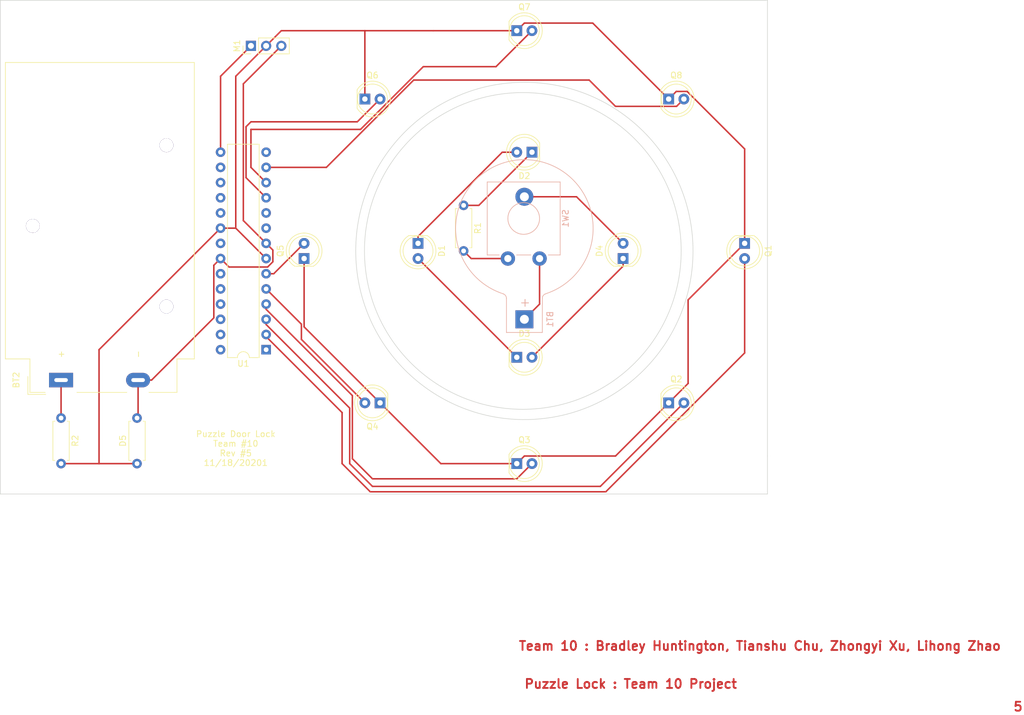
<source format=kicad_pcb>
(kicad_pcb (version 20171130) (host pcbnew "(5.1.10)-1")

  (general
    (thickness 1.6)
    (drawings 11)
    (tracks 106)
    (zones 0)
    (modules 20)
    (nets 35)
  )

  (page A4)
  (layers
    (0 F.Cu signal)
    (31 B.Cu signal)
    (32 B.Adhes user)
    (33 F.Adhes user)
    (34 B.Paste user)
    (35 F.Paste user)
    (36 B.SilkS user)
    (37 F.SilkS user)
    (38 B.Mask user)
    (39 F.Mask user)
    (40 Dwgs.User user)
    (41 Cmts.User user)
    (42 Eco1.User user)
    (43 Eco2.User user)
    (44 Edge.Cuts user)
    (45 Margin user)
    (46 B.CrtYd user)
    (47 F.CrtYd user)
    (48 B.Fab user)
    (49 F.Fab user)
  )

  (setup
    (last_trace_width 0.25)
    (trace_clearance 0.2)
    (zone_clearance 0.508)
    (zone_45_only no)
    (trace_min 0.2)
    (via_size 0.8)
    (via_drill 0.4)
    (via_min_size 0.4)
    (via_min_drill 0.3)
    (uvia_size 0.3)
    (uvia_drill 0.1)
    (uvias_allowed no)
    (uvia_min_size 0.2)
    (uvia_min_drill 0.1)
    (edge_width 0.1)
    (segment_width 0.2)
    (pcb_text_width 0.3)
    (pcb_text_size 1.5 1.5)
    (mod_edge_width 0.15)
    (mod_text_size 1 1)
    (mod_text_width 0.15)
    (pad_size 1.524 1.524)
    (pad_drill 0.762)
    (pad_to_mask_clearance 0)
    (aux_axis_origin 0 0)
    (visible_elements 7FFFFFFF)
    (pcbplotparams
      (layerselection 0x010fc_ffffffff)
      (usegerberextensions false)
      (usegerberattributes true)
      (usegerberadvancedattributes true)
      (creategerberjobfile true)
      (excludeedgelayer true)
      (linewidth 0.100000)
      (plotframeref false)
      (viasonmask false)
      (mode 1)
      (useauxorigin false)
      (hpglpennumber 1)
      (hpglpenspeed 20)
      (hpglpendiameter 15.000000)
      (psnegative false)
      (psa4output false)
      (plotreference true)
      (plotvalue true)
      (plotinvisibletext false)
      (padsonsilk false)
      (subtractmaskfromsilk false)
      (outputformat 1)
      (mirror false)
      (drillshape 1)
      (scaleselection 1)
      (outputdirectory ""))
  )

  (net 0 "")
  (net 1 "Net-(BT1-Pad1)")
  (net 2 "Net-(BT1-Pad2)")
  (net 3 "Net-(BT2-Pad2)")
  (net 4 "Net-(BT2-Pad1)")
  (net 5 "Net-(D1-Pad2)")
  (net 6 "Net-(D1-Pad1)")
  (net 7 "Net-(D2-Pad1)")
  (net 8 "Net-(D3-Pad2)")
  (net 9 "Net-(M1-Pad1)")
  (net 10 "Net-(Q1-Pad2)")
  (net 11 "Net-(Q2-Pad2)")
  (net 12 "Net-(Q3-Pad2)")
  (net 13 "Net-(Q4-Pad2)")
  (net 14 "Net-(Q5-Pad2)")
  (net 15 "Net-(Q6-Pad2)")
  (net 16 "Net-(Q7-Pad2)")
  (net 17 "Net-(Q8-Pad2)")
  (net 18 "Net-(U1-Pad28)")
  (net 19 "Net-(U1-Pad14)")
  (net 20 "Net-(U1-Pad27)")
  (net 21 "Net-(U1-Pad26)")
  (net 22 "Net-(U1-Pad25)")
  (net 23 "Net-(U1-Pad24)")
  (net 24 "Net-(U1-Pad10)")
  (net 25 "Net-(U1-Pad23)")
  (net 26 "Net-(U1-Pad9)")
  (net 27 "Net-(U1-Pad21)")
  (net 28 "Net-(U1-Pad19)")
  (net 29 "Net-(U1-Pad18)")
  (net 30 "Net-(U1-Pad17)")
  (net 31 "Net-(U1-Pad16)")
  (net 32 "Net-(U1-Pad1)")
  (net 33 "Net-(D5-Pad1)")
  (net 34 "Net-(R1-Pad2)")

  (net_class Default "This is the default net class."
    (clearance 0.2)
    (trace_width 0.25)
    (via_dia 0.8)
    (via_drill 0.4)
    (uvia_dia 0.3)
    (uvia_drill 0.1)
    (add_net "Net-(BT1-Pad1)")
    (add_net "Net-(BT1-Pad2)")
    (add_net "Net-(BT2-Pad1)")
    (add_net "Net-(BT2-Pad2)")
    (add_net "Net-(D1-Pad1)")
    (add_net "Net-(D1-Pad2)")
    (add_net "Net-(D2-Pad1)")
    (add_net "Net-(D3-Pad2)")
    (add_net "Net-(D5-Pad1)")
    (add_net "Net-(M1-Pad1)")
    (add_net "Net-(Q1-Pad2)")
    (add_net "Net-(Q2-Pad2)")
    (add_net "Net-(Q3-Pad2)")
    (add_net "Net-(Q4-Pad2)")
    (add_net "Net-(Q5-Pad2)")
    (add_net "Net-(Q6-Pad2)")
    (add_net "Net-(Q7-Pad2)")
    (add_net "Net-(Q8-Pad2)")
    (add_net "Net-(R1-Pad2)")
    (add_net "Net-(U1-Pad1)")
    (add_net "Net-(U1-Pad10)")
    (add_net "Net-(U1-Pad14)")
    (add_net "Net-(U1-Pad16)")
    (add_net "Net-(U1-Pad17)")
    (add_net "Net-(U1-Pad18)")
    (add_net "Net-(U1-Pad19)")
    (add_net "Net-(U1-Pad21)")
    (add_net "Net-(U1-Pad23)")
    (add_net "Net-(U1-Pad24)")
    (add_net "Net-(U1-Pad25)")
    (add_net "Net-(U1-Pad26)")
    (add_net "Net-(U1-Pad27)")
    (add_net "Net-(U1-Pad28)")
    (add_net "Net-(U1-Pad9)")
  )

  (module LED_THT:LED_D5.0mm (layer F.Cu) (tedit 5995936A) (tstamp 6188E95A)
    (at 162.56 142.24 180)
    (descr "LED, diameter 5.0mm, 2 pins, http://cdn-reichelt.de/documents/datenblatt/A500/LL-504BC2E-009.pdf")
    (tags "LED diameter 5.0mm 2 pins")
    (path /618CFEC6)
    (fp_text reference Q4 (at 1.27 -3.96) (layer F.SilkS)
      (effects (font (size 1 1) (thickness 0.15)))
    )
    (fp_text value Q_Photo_NPN (at 1.27 3.96) (layer F.Fab)
      (effects (font (size 1 1) (thickness 0.15)))
    )
    (fp_circle (center 1.27 0) (end 3.77 0) (layer F.Fab) (width 0.1))
    (fp_circle (center 1.27 0) (end 3.77 0) (layer F.SilkS) (width 0.12))
    (fp_line (start -1.23 -1.469694) (end -1.23 1.469694) (layer F.Fab) (width 0.1))
    (fp_line (start -1.29 -1.545) (end -1.29 1.545) (layer F.SilkS) (width 0.12))
    (fp_line (start -1.95 -3.25) (end -1.95 3.25) (layer F.CrtYd) (width 0.05))
    (fp_line (start -1.95 3.25) (end 4.5 3.25) (layer F.CrtYd) (width 0.05))
    (fp_line (start 4.5 3.25) (end 4.5 -3.25) (layer F.CrtYd) (width 0.05))
    (fp_line (start 4.5 -3.25) (end -1.95 -3.25) (layer F.CrtYd) (width 0.05))
    (fp_text user %R (at 1.25 0) (layer F.Fab)
      (effects (font (size 0.8 0.8) (thickness 0.2)))
    )
    (fp_arc (start 1.27 0) (end -1.29 1.54483) (angle -148.9) (layer F.SilkS) (width 0.12))
    (fp_arc (start 1.27 0) (end -1.29 -1.54483) (angle 148.9) (layer F.SilkS) (width 0.12))
    (fp_arc (start 1.27 0) (end -1.23 -1.469694) (angle 299.1) (layer F.Fab) (width 0.1))
    (pad 2 thru_hole circle (at 2.54 0 180) (size 1.8 1.8) (drill 0.9) (layers *.Cu *.Mask)
      (net 13 "Net-(Q4-Pad2)"))
    (pad 1 thru_hole rect (at 0 0 180) (size 1.8 1.8) (drill 0.9) (layers *.Cu *.Mask)
      (net 33 "Net-(D5-Pad1)"))
    (model ${KISYS3DMOD}/LED_THT.3dshapes/LED_D5.0mm.wrl
      (at (xyz 0 0 0))
      (scale (xyz 1 1 1))
      (rotate (xyz 0 0 0))
    )
  )

  (module Button_Switch_THT:SW_CW_GPTS203211B (layer B.Cu) (tedit 5AC7C0C9) (tstamp 618AFE9F)
    (at 189.23 118.11 90)
    (descr "SPST Off-On Pushbutton, 1A, 30V, CW Industries P/N GPTS203211B, http://switches-connectors-custom.cwind.com/Asset/GPTS203211BR2.pdf")
    (tags "SPST button switch Off-On")
    (path /617A53FB)
    (fp_text reference SW1 (at 6.7 4.35 90) (layer B.SilkS)
      (effects (font (size 1 1) (thickness 0.15)) (justify mirror))
    )
    (fp_text value _ (at 6.7 -9.65 90) (layer B.Fab)
      (effects (font (size 1 1) (thickness 0.15)) (justify mirror))
    )
    (fp_circle (center 6.7 -2.65) (end 9.35 -2.65) (layer B.SilkS) (width 0.12))
    (fp_line (start 0.7 3.35) (end 0.7 -8.65) (layer B.Fab) (width 0.1))
    (fp_line (start 0.7 -8.65) (end 12.7 -8.65) (layer B.Fab) (width 0.1))
    (fp_line (start 12.7 -8.65) (end 12.7 3.35) (layer B.Fab) (width 0.1))
    (fp_line (start 12.7 3.35) (end 0.7 3.35) (layer B.Fab) (width 0.1))
    (fp_line (start 0.6 1.46) (end 0.6 3.45) (layer B.SilkS) (width 0.12))
    (fp_line (start 0.6 3.45) (end 12.8 3.45) (layer B.SilkS) (width 0.12))
    (fp_line (start 12.8 3.45) (end 12.8 -8.75) (layer B.SilkS) (width 0.12))
    (fp_line (start 12.8 -8.75) (end 0.6 -8.75) (layer B.SilkS) (width 0.12))
    (fp_line (start 0.6 -8.75) (end 0.6 -6.76) (layer B.SilkS) (width 0.12))
    (fp_line (start 0.6 -1.46) (end 0.6 -3.84) (layer B.SilkS) (width 0.12))
    (fp_line (start -1.45 3.6) (end -1.45 -8.9) (layer B.CrtYd) (width 0.05))
    (fp_line (start -1.45 -8.9) (end 12.95 -8.9) (layer B.CrtYd) (width 0.05))
    (fp_line (start 12.95 -8.9) (end 12.95 3.6) (layer B.CrtYd) (width 0.05))
    (fp_line (start 12.95 3.6) (end -1.45 3.6) (layer B.CrtYd) (width 0.05))
    (fp_text user %R (at 6.7 -2.65 90) (layer B.Fab)
      (effects (font (size 1 1) (thickness 0.15)) (justify mirror))
    )
    (pad 2 thru_hole circle (at 0 -5.3 90) (size 2.4 2.4) (drill 1.2) (layers *.Cu *.Mask)
      (net 34 "Net-(R1-Pad2)"))
    (pad 1 thru_hole circle (at 0 0 90) (size 2.4 2.4) (drill 1.2) (layers *.Cu *.Mask)
      (net 1 "Net-(BT1-Pad1)"))
    (model ${KISYS3DMOD}/Button_Switch_THT.3dshapes/SW_CW_GPTS203211B.wrl
      (at (xyz 0 0 0))
      (scale (xyz 1 1 1))
      (rotate (xyz 0 0 0))
    )
  )

  (module LED_THT:LED_D5.0mm (layer F.Cu) (tedit 5995936A) (tstamp 6188E8E9)
    (at 185.42 134.62)
    (descr "LED, diameter 5.0mm, 2 pins, http://cdn-reichelt.de/documents/datenblatt/A500/LL-504BC2E-009.pdf")
    (tags "LED diameter 5.0mm 2 pins")
    (path /61854C9E)
    (fp_text reference D3 (at 1.27 -3.96) (layer F.SilkS)
      (effects (font (size 1 1) (thickness 0.15)))
    )
    (fp_text value LED (at 1.27 3.96) (layer F.Fab)
      (effects (font (size 1 1) (thickness 0.15)))
    )
    (fp_circle (center 1.27 0) (end 3.77 0) (layer F.Fab) (width 0.1))
    (fp_circle (center 1.27 0) (end 3.77 0) (layer F.SilkS) (width 0.12))
    (fp_line (start -1.23 -1.469694) (end -1.23 1.469694) (layer F.Fab) (width 0.1))
    (fp_line (start -1.29 -1.545) (end -1.29 1.545) (layer F.SilkS) (width 0.12))
    (fp_line (start -1.95 -3.25) (end -1.95 3.25) (layer F.CrtYd) (width 0.05))
    (fp_line (start -1.95 3.25) (end 4.5 3.25) (layer F.CrtYd) (width 0.05))
    (fp_line (start 4.5 3.25) (end 4.5 -3.25) (layer F.CrtYd) (width 0.05))
    (fp_line (start 4.5 -3.25) (end -1.95 -3.25) (layer F.CrtYd) (width 0.05))
    (fp_text user %R (at 1.25 0) (layer F.Fab)
      (effects (font (size 0.8 0.8) (thickness 0.2)))
    )
    (fp_arc (start 1.27 0) (end -1.29 1.54483) (angle -148.9) (layer F.SilkS) (width 0.12))
    (fp_arc (start 1.27 0) (end -1.29 -1.54483) (angle 148.9) (layer F.SilkS) (width 0.12))
    (fp_arc (start 1.27 0) (end -1.23 -1.469694) (angle 299.1) (layer F.Fab) (width 0.1))
    (pad 2 thru_hole circle (at 2.54 0) (size 1.8 1.8) (drill 0.9) (layers *.Cu *.Mask)
      (net 8 "Net-(D3-Pad2)"))
    (pad 1 thru_hole rect (at 0 0) (size 1.8 1.8) (drill 0.9) (layers *.Cu *.Mask)
      (net 5 "Net-(D1-Pad2)"))
    (model ${KISYS3DMOD}/LED_THT.3dshapes/LED_D5.0mm.wrl
      (at (xyz 0 0 0))
      (scale (xyz 1 1 1))
      (rotate (xyz 0 0 0))
    )
  )

  (module Package_DIP:DIP-28_W7.62mm (layer F.Cu) (tedit 5A02E8C5) (tstamp 6188EA81)
    (at 143.51 133.35 180)
    (descr "28-lead though-hole mounted DIP package, row spacing 7.62 mm (300 mils)")
    (tags "THT DIP DIL PDIP 2.54mm 7.62mm 300mil")
    (path /617B7E10)
    (fp_text reference U1 (at 3.81 -2.33) (layer F.SilkS)
      (effects (font (size 1 1) (thickness 0.15)))
    )
    (fp_text value ATmega8L-8PU (at 3.81 35.35) (layer F.Fab)
      (effects (font (size 1 1) (thickness 0.15)))
    )
    (fp_line (start 1.635 -1.27) (end 6.985 -1.27) (layer F.Fab) (width 0.1))
    (fp_line (start 6.985 -1.27) (end 6.985 34.29) (layer F.Fab) (width 0.1))
    (fp_line (start 6.985 34.29) (end 0.635 34.29) (layer F.Fab) (width 0.1))
    (fp_line (start 0.635 34.29) (end 0.635 -0.27) (layer F.Fab) (width 0.1))
    (fp_line (start 0.635 -0.27) (end 1.635 -1.27) (layer F.Fab) (width 0.1))
    (fp_line (start 2.81 -1.33) (end 1.16 -1.33) (layer F.SilkS) (width 0.12))
    (fp_line (start 1.16 -1.33) (end 1.16 34.35) (layer F.SilkS) (width 0.12))
    (fp_line (start 1.16 34.35) (end 6.46 34.35) (layer F.SilkS) (width 0.12))
    (fp_line (start 6.46 34.35) (end 6.46 -1.33) (layer F.SilkS) (width 0.12))
    (fp_line (start 6.46 -1.33) (end 4.81 -1.33) (layer F.SilkS) (width 0.12))
    (fp_line (start -1.1 -1.55) (end -1.1 34.55) (layer F.CrtYd) (width 0.05))
    (fp_line (start -1.1 34.55) (end 8.7 34.55) (layer F.CrtYd) (width 0.05))
    (fp_line (start 8.7 34.55) (end 8.7 -1.55) (layer F.CrtYd) (width 0.05))
    (fp_line (start 8.7 -1.55) (end -1.1 -1.55) (layer F.CrtYd) (width 0.05))
    (fp_text user %R (at 3.81 16.51) (layer F.Fab)
      (effects (font (size 1 1) (thickness 0.15)))
    )
    (fp_arc (start 3.81 -1.33) (end 2.81 -1.33) (angle -180) (layer F.SilkS) (width 0.12))
    (pad 28 thru_hole oval (at 7.62 0 180) (size 1.6 1.6) (drill 0.8) (layers *.Cu *.Mask)
      (net 18 "Net-(U1-Pad28)"))
    (pad 14 thru_hole oval (at 0 33.02 180) (size 1.6 1.6) (drill 0.8) (layers *.Cu *.Mask)
      (net 19 "Net-(U1-Pad14)"))
    (pad 27 thru_hole oval (at 7.62 2.54 180) (size 1.6 1.6) (drill 0.8) (layers *.Cu *.Mask)
      (net 20 "Net-(U1-Pad27)"))
    (pad 13 thru_hole oval (at 0 30.48 180) (size 1.6 1.6) (drill 0.8) (layers *.Cu *.Mask)
      (net 17 "Net-(Q8-Pad2)"))
    (pad 26 thru_hole oval (at 7.62 5.08 180) (size 1.6 1.6) (drill 0.8) (layers *.Cu *.Mask)
      (net 21 "Net-(U1-Pad26)"))
    (pad 12 thru_hole oval (at 0 27.94 180) (size 1.6 1.6) (drill 0.8) (layers *.Cu *.Mask)
      (net 16 "Net-(Q7-Pad2)"))
    (pad 25 thru_hole oval (at 7.62 7.62 180) (size 1.6 1.6) (drill 0.8) (layers *.Cu *.Mask)
      (net 22 "Net-(U1-Pad25)"))
    (pad 11 thru_hole oval (at 0 25.4 180) (size 1.6 1.6) (drill 0.8) (layers *.Cu *.Mask)
      (net 15 "Net-(Q6-Pad2)"))
    (pad 24 thru_hole oval (at 7.62 10.16 180) (size 1.6 1.6) (drill 0.8) (layers *.Cu *.Mask)
      (net 23 "Net-(U1-Pad24)"))
    (pad 10 thru_hole oval (at 0 22.86 180) (size 1.6 1.6) (drill 0.8) (layers *.Cu *.Mask)
      (net 24 "Net-(U1-Pad10)"))
    (pad 23 thru_hole oval (at 7.62 12.7 180) (size 1.6 1.6) (drill 0.8) (layers *.Cu *.Mask)
      (net 25 "Net-(U1-Pad23)"))
    (pad 9 thru_hole oval (at 0 20.32 180) (size 1.6 1.6) (drill 0.8) (layers *.Cu *.Mask)
      (net 26 "Net-(U1-Pad9)"))
    (pad 22 thru_hole oval (at 7.62 15.24 180) (size 1.6 1.6) (drill 0.8) (layers *.Cu *.Mask)
      (net 3 "Net-(BT2-Pad2)"))
    (pad 8 thru_hole oval (at 0 17.78 180) (size 1.6 1.6) (drill 0.8) (layers *.Cu *.Mask)
      (net 3 "Net-(BT2-Pad2)"))
    (pad 21 thru_hole oval (at 7.62 17.78 180) (size 1.6 1.6) (drill 0.8) (layers *.Cu *.Mask)
      (net 27 "Net-(U1-Pad21)"))
    (pad 7 thru_hole oval (at 0 15.24 180) (size 1.6 1.6) (drill 0.8) (layers *.Cu *.Mask)
      (net 33 "Net-(D5-Pad1)"))
    (pad 20 thru_hole oval (at 7.62 20.32 180) (size 1.6 1.6) (drill 0.8) (layers *.Cu *.Mask)
      (net 33 "Net-(D5-Pad1)"))
    (pad 6 thru_hole oval (at 0 12.7 180) (size 1.6 1.6) (drill 0.8) (layers *.Cu *.Mask)
      (net 14 "Net-(Q5-Pad2)"))
    (pad 19 thru_hole oval (at 7.62 22.86 180) (size 1.6 1.6) (drill 0.8) (layers *.Cu *.Mask)
      (net 28 "Net-(U1-Pad19)"))
    (pad 5 thru_hole oval (at 0 10.16 180) (size 1.6 1.6) (drill 0.8) (layers *.Cu *.Mask)
      (net 13 "Net-(Q4-Pad2)"))
    (pad 18 thru_hole oval (at 7.62 25.4 180) (size 1.6 1.6) (drill 0.8) (layers *.Cu *.Mask)
      (net 29 "Net-(U1-Pad18)"))
    (pad 4 thru_hole oval (at 0 7.62 180) (size 1.6 1.6) (drill 0.8) (layers *.Cu *.Mask)
      (net 12 "Net-(Q3-Pad2)"))
    (pad 17 thru_hole oval (at 7.62 27.94 180) (size 1.6 1.6) (drill 0.8) (layers *.Cu *.Mask)
      (net 30 "Net-(U1-Pad17)"))
    (pad 3 thru_hole oval (at 0 5.08 180) (size 1.6 1.6) (drill 0.8) (layers *.Cu *.Mask)
      (net 11 "Net-(Q2-Pad2)"))
    (pad 16 thru_hole oval (at 7.62 30.48 180) (size 1.6 1.6) (drill 0.8) (layers *.Cu *.Mask)
      (net 31 "Net-(U1-Pad16)"))
    (pad 2 thru_hole oval (at 0 2.54 180) (size 1.6 1.6) (drill 0.8) (layers *.Cu *.Mask)
      (net 10 "Net-(Q1-Pad2)"))
    (pad 15 thru_hole oval (at 7.62 33.02 180) (size 1.6 1.6) (drill 0.8) (layers *.Cu *.Mask)
      (net 9 "Net-(M1-Pad1)"))
    (pad 1 thru_hole rect (at 0 0 180) (size 1.6 1.6) (drill 0.8) (layers *.Cu *.Mask)
      (net 32 "Net-(U1-Pad1)"))
    (model ${KISYS3DMOD}/Package_DIP.3dshapes/DIP-28_W7.62mm.wrl
      (at (xyz 0 0 0))
      (scale (xyz 1 1 1))
      (rotate (xyz 0 0 0))
    )
  )

  (module Battery:BatteryHolder_MPD_BA9VPC_1xPP3 (layer F.Cu) (tedit 5E3B46E0) (tstamp 6188E553)
    (at 109.22 138.43 90)
    (descr "1xPP3 (9V) battery holder, Memory Protection Devices P/N BA9VPC, http://www.memoryprotectiondevices.com/datasheets/BA9VPC-datasheet.pdf")
    (tags "PP3 Battery Holder BA9VPC 9V")
    (path /617B60B3)
    (fp_text reference BT2 (at 0 -7.5 90) (layer F.SilkS)
      (effects (font (size 1 1) (thickness 0.15)))
    )
    (fp_text value 9 (at 25.75 23.6 90) (layer F.Fab)
      (effects (font (size 1 1) (thickness 0.15)))
    )
    (fp_line (start 53.49 22.67) (end 53.49 -9.7) (layer F.CrtYd) (width 0.05))
    (fp_line (start -2.45 -9.7) (end -2.45 22.67) (layer F.CrtYd) (width 0.05))
    (fp_line (start -2.45 22.67) (end 53.49 22.67) (layer F.CrtYd) (width 0.05))
    (fp_line (start -2.45 -9.7) (end 53.49 -9.7) (layer F.CrtYd) (width 0.05))
    (fp_line (start 3.65 22.17) (end 3.65 19.27) (layer F.Fab) (width 0.1))
    (fp_line (start 3.65 19.27) (end -1.95 19.27) (layer F.Fab) (width 0.1))
    (fp_line (start 3.65 -5.1) (end 3.65 -9.2) (layer F.Fab) (width 0.1))
    (fp_line (start 3.65 -5.1) (end -1.95 -5.1) (layer F.Fab) (width 0.1))
    (fp_line (start 3.65 -9.2) (end 52.99 -9.2) (layer F.Fab) (width 0.1))
    (fp_line (start 3.65 22.17) (end 52.99 22.17) (layer F.Fab) (width 0.1))
    (fp_line (start 52.99 22.17) (end 52.99 -9.2) (layer F.Fab) (width 0.1))
    (fp_line (start -1.95 19.27) (end -1.95 -5.1) (layer F.Fab) (width 0.1))
    (fp_line (start 53.1 22.28) (end 53.1 -9.31) (layer F.SilkS) (width 0.12))
    (fp_line (start 53.1 22.28) (end 3.54 22.28) (layer F.SilkS) (width 0.12))
    (fp_line (start 3.54 22.28) (end 3.54 19.38) (layer F.SilkS) (width 0.12))
    (fp_line (start 3.54 19.38) (end -2.06 19.38) (layer F.SilkS) (width 0.12))
    (fp_line (start 53.1 -9.31) (end 3.54 -9.31) (layer F.SilkS) (width 0.12))
    (fp_line (start 3.54 -9.31) (end 3.54 -5.21) (layer F.SilkS) (width 0.12))
    (fp_line (start 3.54 -5.21) (end -2.06 -5.21) (layer F.SilkS) (width 0.12))
    (fp_line (start -2.06 -5.21) (end -2.06 -2.65) (layer F.SilkS) (width 0.12))
    (fp_line (start -2.06 2.65) (end -2.06 11) (layer F.SilkS) (width 0.12))
    (fp_line (start -2.06 19.38) (end -2.06 14.7) (layer F.SilkS) (width 0.12))
    (fp_line (start -2.4 -5.55) (end -2.4 -2.55) (layer F.SilkS) (width 0.12))
    (fp_line (start -2.4 -5.55) (end 0.6 -5.55) (layer F.SilkS) (width 0.12))
    (fp_line (start -1.5 0) (end -1.95 -0.45) (layer F.Fab) (width 0.1))
    (fp_line (start -1.95 0.45) (end -1.5 0) (layer F.Fab) (width 0.1))
    (fp_text user + (at 3.6 0 90) (layer F.SilkS)
      (effects (font (size 1 1) (thickness 0.15)) (justify left))
    )
    (fp_text user - (at 3.6 12.88 90) (layer F.SilkS)
      (effects (font (size 1 1) (thickness 0.15)) (justify left))
    )
    (fp_text user %R (at 25.75 6.5 90) (layer F.Fab)
      (effects (font (size 1 1) (thickness 0.15)))
    )
    (pad "" np_thru_hole circle (at 39.26 17.62 90) (size 2.3 2.3) (drill 2.29) (layers *.Cu *.Mask))
    (pad "" np_thru_hole circle (at 12.29 17.62 90) (size 2.3 2.3) (drill 2.29) (layers *.Cu *.Mask))
    (pad "" np_thru_hole circle (at 25.78 -4.73 90) (size 2.3 2.3) (drill 2.29) (layers *.Cu *.Mask))
    (pad 2 thru_hole oval (at 0 12.88 90) (size 2.41 4.02) (drill oval 0.66 2.27) (layers *.Cu *.Mask)
      (net 3 "Net-(BT2-Pad2)"))
    (pad 1 thru_hole rect (at 0 0 90) (size 2.41 4.02) (drill oval 0.66 2.27) (layers *.Cu *.Mask)
      (net 4 "Net-(BT2-Pad1)"))
    (model ${KISYS3DMOD}/Battery.3dshapes/BatteryHolder_MPD_BA9VPC_1xPP3.wrl
      (at (xyz 0 0 0))
      (scale (xyz 1 1 1))
      (rotate (xyz 0 0 0))
    )
  )

  (module Resistor_THT:R_Axial_DIN0207_L6.3mm_D2.5mm_P7.62mm_Horizontal (layer F.Cu) (tedit 5AE5139B) (tstamp 618AFAD7)
    (at 109.22 144.78 270)
    (descr "Resistor, Axial_DIN0207 series, Axial, Horizontal, pin pitch=7.62mm, 0.25W = 1/4W, length*diameter=6.3*2.5mm^2, http://cdn-reichelt.de/documents/datenblatt/B400/1_4W%23YAG.pdf")
    (tags "Resistor Axial_DIN0207 series Axial Horizontal pin pitch 7.62mm 0.25W = 1/4W length 6.3mm diameter 2.5mm")
    (path /618C6BD1)
    (fp_text reference R2 (at 3.81 -2.37 90) (layer F.SilkS)
      (effects (font (size 1 1) (thickness 0.15)))
    )
    (fp_text value 1K (at 3.81 2.37 90) (layer F.Fab)
      (effects (font (size 1 1) (thickness 0.15)))
    )
    (fp_line (start 0.66 -1.25) (end 0.66 1.25) (layer F.Fab) (width 0.1))
    (fp_line (start 0.66 1.25) (end 6.96 1.25) (layer F.Fab) (width 0.1))
    (fp_line (start 6.96 1.25) (end 6.96 -1.25) (layer F.Fab) (width 0.1))
    (fp_line (start 6.96 -1.25) (end 0.66 -1.25) (layer F.Fab) (width 0.1))
    (fp_line (start 0 0) (end 0.66 0) (layer F.Fab) (width 0.1))
    (fp_line (start 7.62 0) (end 6.96 0) (layer F.Fab) (width 0.1))
    (fp_line (start 0.54 -1.04) (end 0.54 -1.37) (layer F.SilkS) (width 0.12))
    (fp_line (start 0.54 -1.37) (end 7.08 -1.37) (layer F.SilkS) (width 0.12))
    (fp_line (start 7.08 -1.37) (end 7.08 -1.04) (layer F.SilkS) (width 0.12))
    (fp_line (start 0.54 1.04) (end 0.54 1.37) (layer F.SilkS) (width 0.12))
    (fp_line (start 0.54 1.37) (end 7.08 1.37) (layer F.SilkS) (width 0.12))
    (fp_line (start 7.08 1.37) (end 7.08 1.04) (layer F.SilkS) (width 0.12))
    (fp_line (start -1.05 -1.5) (end -1.05 1.5) (layer F.CrtYd) (width 0.05))
    (fp_line (start -1.05 1.5) (end 8.67 1.5) (layer F.CrtYd) (width 0.05))
    (fp_line (start 8.67 1.5) (end 8.67 -1.5) (layer F.CrtYd) (width 0.05))
    (fp_line (start 8.67 -1.5) (end -1.05 -1.5) (layer F.CrtYd) (width 0.05))
    (fp_text user %R (at 3.81 0 90) (layer F.Fab)
      (effects (font (size 1 1) (thickness 0.15)))
    )
    (pad 2 thru_hole oval (at 7.62 0 270) (size 1.6 1.6) (drill 0.8) (layers *.Cu *.Mask)
      (net 33 "Net-(D5-Pad1)"))
    (pad 1 thru_hole circle (at 0 0 270) (size 1.6 1.6) (drill 0.8) (layers *.Cu *.Mask)
      (net 4 "Net-(BT2-Pad1)"))
    (model ${KISYS3DMOD}/Resistor_THT.3dshapes/R_Axial_DIN0207_L6.3mm_D2.5mm_P7.62mm_Horizontal.wrl
      (at (xyz 0 0 0))
      (scale (xyz 1 1 1))
      (rotate (xyz 0 0 0))
    )
  )

  (module Resistor_THT:R_Axial_DIN0207_L6.3mm_D2.5mm_P7.62mm_Horizontal (layer F.Cu) (tedit 5AE5139B) (tstamp 618AF96E)
    (at 121.92 152.4 90)
    (descr "Resistor, Axial_DIN0207 series, Axial, Horizontal, pin pitch=7.62mm, 0.25W = 1/4W, length*diameter=6.3*2.5mm^2, http://cdn-reichelt.de/documents/datenblatt/B400/1_4W%23YAG.pdf")
    (tags "Resistor Axial_DIN0207 series Axial Horizontal pin pitch 7.62mm 0.25W = 1/4W length 6.3mm diameter 2.5mm")
    (path /618C8083)
    (fp_text reference D5 (at 3.81 -2.37 90) (layer F.SilkS)
      (effects (font (size 1 1) (thickness 0.15)))
    )
    (fp_text value 5.1V (at 3.81 2.37 90) (layer F.Fab)
      (effects (font (size 1 1) (thickness 0.15)))
    )
    (fp_line (start 0.66 -1.25) (end 0.66 1.25) (layer F.Fab) (width 0.1))
    (fp_line (start 0.66 1.25) (end 6.96 1.25) (layer F.Fab) (width 0.1))
    (fp_line (start 6.96 1.25) (end 6.96 -1.25) (layer F.Fab) (width 0.1))
    (fp_line (start 6.96 -1.25) (end 0.66 -1.25) (layer F.Fab) (width 0.1))
    (fp_line (start 0 0) (end 0.66 0) (layer F.Fab) (width 0.1))
    (fp_line (start 7.62 0) (end 6.96 0) (layer F.Fab) (width 0.1))
    (fp_line (start 0.54 -1.04) (end 0.54 -1.37) (layer F.SilkS) (width 0.12))
    (fp_line (start 0.54 -1.37) (end 7.08 -1.37) (layer F.SilkS) (width 0.12))
    (fp_line (start 7.08 -1.37) (end 7.08 -1.04) (layer F.SilkS) (width 0.12))
    (fp_line (start 0.54 1.04) (end 0.54 1.37) (layer F.SilkS) (width 0.12))
    (fp_line (start 0.54 1.37) (end 7.08 1.37) (layer F.SilkS) (width 0.12))
    (fp_line (start 7.08 1.37) (end 7.08 1.04) (layer F.SilkS) (width 0.12))
    (fp_line (start -1.05 -1.5) (end -1.05 1.5) (layer F.CrtYd) (width 0.05))
    (fp_line (start -1.05 1.5) (end 8.67 1.5) (layer F.CrtYd) (width 0.05))
    (fp_line (start 8.67 1.5) (end 8.67 -1.5) (layer F.CrtYd) (width 0.05))
    (fp_line (start 8.67 -1.5) (end -1.05 -1.5) (layer F.CrtYd) (width 0.05))
    (fp_text user %R (at 3.81 0 90) (layer F.Fab)
      (effects (font (size 1 1) (thickness 0.15)))
    )
    (pad 2 thru_hole oval (at 7.62 0 90) (size 1.6 1.6) (drill 0.8) (layers *.Cu *.Mask)
      (net 3 "Net-(BT2-Pad2)"))
    (pad 1 thru_hole circle (at 0 0 90) (size 1.6 1.6) (drill 0.8) (layers *.Cu *.Mask)
      (net 33 "Net-(D5-Pad1)"))
    (model ${KISYS3DMOD}/Resistor_THT.3dshapes/R_Axial_DIN0207_L6.3mm_D2.5mm_P7.62mm_Horizontal.wrl
      (at (xyz 0 0 0))
      (scale (xyz 1 1 1))
      (rotate (xyz 0 0 0))
    )
  )

  (module Resistor_THT:R_Axial_DIN0207_L6.3mm_D2.5mm_P7.62mm_Horizontal (layer F.Cu) (tedit 5AE5139B) (tstamp 6188EA3B)
    (at 176.53 109.22 270)
    (descr "Resistor, Axial_DIN0207 series, Axial, Horizontal, pin pitch=7.62mm, 0.25W = 1/4W, length*diameter=6.3*2.5mm^2, http://cdn-reichelt.de/documents/datenblatt/B400/1_4W%23YAG.pdf")
    (tags "Resistor Axial_DIN0207 series Axial Horizontal pin pitch 7.62mm 0.25W = 1/4W length 6.3mm diameter 2.5mm")
    (path /6179F82A)
    (fp_text reference R1 (at 3.81 -2.37 90) (layer F.SilkS)
      (effects (font (size 1 1) (thickness 0.15)))
    )
    (fp_text value 100 (at 3.81 2.37 90) (layer F.Fab)
      (effects (font (size 1 1) (thickness 0.15)))
    )
    (fp_line (start 8.67 -1.5) (end -1.05 -1.5) (layer F.CrtYd) (width 0.05))
    (fp_line (start 8.67 1.5) (end 8.67 -1.5) (layer F.CrtYd) (width 0.05))
    (fp_line (start -1.05 1.5) (end 8.67 1.5) (layer F.CrtYd) (width 0.05))
    (fp_line (start -1.05 -1.5) (end -1.05 1.5) (layer F.CrtYd) (width 0.05))
    (fp_line (start 7.08 1.37) (end 7.08 1.04) (layer F.SilkS) (width 0.12))
    (fp_line (start 0.54 1.37) (end 7.08 1.37) (layer F.SilkS) (width 0.12))
    (fp_line (start 0.54 1.04) (end 0.54 1.37) (layer F.SilkS) (width 0.12))
    (fp_line (start 7.08 -1.37) (end 7.08 -1.04) (layer F.SilkS) (width 0.12))
    (fp_line (start 0.54 -1.37) (end 7.08 -1.37) (layer F.SilkS) (width 0.12))
    (fp_line (start 0.54 -1.04) (end 0.54 -1.37) (layer F.SilkS) (width 0.12))
    (fp_line (start 7.62 0) (end 6.96 0) (layer F.Fab) (width 0.1))
    (fp_line (start 0 0) (end 0.66 0) (layer F.Fab) (width 0.1))
    (fp_line (start 6.96 -1.25) (end 0.66 -1.25) (layer F.Fab) (width 0.1))
    (fp_line (start 6.96 1.25) (end 6.96 -1.25) (layer F.Fab) (width 0.1))
    (fp_line (start 0.66 1.25) (end 6.96 1.25) (layer F.Fab) (width 0.1))
    (fp_line (start 0.66 -1.25) (end 0.66 1.25) (layer F.Fab) (width 0.1))
    (fp_text user %R (at 3.81 0 90) (layer F.Fab)
      (effects (font (size 1 1) (thickness 0.15)))
    )
    (pad 2 thru_hole oval (at 7.62 0 270) (size 1.6 1.6) (drill 0.8) (layers *.Cu *.Mask)
      (net 34 "Net-(R1-Pad2)"))
    (pad 1 thru_hole circle (at 0 0 270) (size 1.6 1.6) (drill 0.8) (layers *.Cu *.Mask)
      (net 7 "Net-(D2-Pad1)"))
    (model ${KISYS3DMOD}/Resistor_THT.3dshapes/R_Axial_DIN0207_L6.3mm_D2.5mm_P7.62mm_Horizontal.wrl
      (at (xyz 0 0 0))
      (scale (xyz 1 1 1))
      (rotate (xyz 0 0 0))
    )
  )

  (module LED_THT:LED_D5.0mm (layer F.Cu) (tedit 5995936A) (tstamp 6188E9A2)
    (at 210.82 91.44)
    (descr "LED, diameter 5.0mm, 2 pins, http://cdn-reichelt.de/documents/datenblatt/A500/LL-504BC2E-009.pdf")
    (tags "LED diameter 5.0mm 2 pins")
    (path /617B45AC)
    (fp_text reference Q8 (at 1.27 -3.96) (layer F.SilkS)
      (effects (font (size 1 1) (thickness 0.15)))
    )
    (fp_text value Q_Photo_NPN (at 1.27 3.96) (layer F.Fab)
      (effects (font (size 1 1) (thickness 0.15)))
    )
    (fp_circle (center 1.27 0) (end 3.77 0) (layer F.Fab) (width 0.1))
    (fp_circle (center 1.27 0) (end 3.77 0) (layer F.SilkS) (width 0.12))
    (fp_line (start -1.23 -1.469694) (end -1.23 1.469694) (layer F.Fab) (width 0.1))
    (fp_line (start -1.29 -1.545) (end -1.29 1.545) (layer F.SilkS) (width 0.12))
    (fp_line (start -1.95 -3.25) (end -1.95 3.25) (layer F.CrtYd) (width 0.05))
    (fp_line (start -1.95 3.25) (end 4.5 3.25) (layer F.CrtYd) (width 0.05))
    (fp_line (start 4.5 3.25) (end 4.5 -3.25) (layer F.CrtYd) (width 0.05))
    (fp_line (start 4.5 -3.25) (end -1.95 -3.25) (layer F.CrtYd) (width 0.05))
    (fp_text user %R (at 1.25 0) (layer F.Fab)
      (effects (font (size 0.8 0.8) (thickness 0.2)))
    )
    (fp_arc (start 1.27 0) (end -1.29 1.54483) (angle -148.9) (layer F.SilkS) (width 0.12))
    (fp_arc (start 1.27 0) (end -1.29 -1.54483) (angle 148.9) (layer F.SilkS) (width 0.12))
    (fp_arc (start 1.27 0) (end -1.23 -1.469694) (angle 299.1) (layer F.Fab) (width 0.1))
    (pad 2 thru_hole circle (at 2.54 0) (size 1.8 1.8) (drill 0.9) (layers *.Cu *.Mask)
      (net 17 "Net-(Q8-Pad2)"))
    (pad 1 thru_hole rect (at 0 0) (size 1.8 1.8) (drill 0.9) (layers *.Cu *.Mask)
      (net 33 "Net-(D5-Pad1)"))
    (model ${KISYS3DMOD}/LED_THT.3dshapes/LED_D5.0mm.wrl
      (at (xyz 0 0 0))
      (scale (xyz 1 1 1))
      (rotate (xyz 0 0 0))
    )
  )

  (module LED_THT:LED_D5.0mm (layer F.Cu) (tedit 5995936A) (tstamp 6188E990)
    (at 185.42 80.01)
    (descr "LED, diameter 5.0mm, 2 pins, http://cdn-reichelt.de/documents/datenblatt/A500/LL-504BC2E-009.pdf")
    (tags "LED diameter 5.0mm 2 pins")
    (path /617AF508)
    (fp_text reference Q7 (at 1.27 -3.96) (layer F.SilkS)
      (effects (font (size 1 1) (thickness 0.15)))
    )
    (fp_text value Q_Photo_NPN (at 1.27 3.96) (layer F.Fab)
      (effects (font (size 1 1) (thickness 0.15)))
    )
    (fp_circle (center 1.27 0) (end 3.77 0) (layer F.Fab) (width 0.1))
    (fp_circle (center 1.27 0) (end 3.77 0) (layer F.SilkS) (width 0.12))
    (fp_line (start -1.23 -1.469694) (end -1.23 1.469694) (layer F.Fab) (width 0.1))
    (fp_line (start -1.29 -1.545) (end -1.29 1.545) (layer F.SilkS) (width 0.12))
    (fp_line (start -1.95 -3.25) (end -1.95 3.25) (layer F.CrtYd) (width 0.05))
    (fp_line (start -1.95 3.25) (end 4.5 3.25) (layer F.CrtYd) (width 0.05))
    (fp_line (start 4.5 3.25) (end 4.5 -3.25) (layer F.CrtYd) (width 0.05))
    (fp_line (start 4.5 -3.25) (end -1.95 -3.25) (layer F.CrtYd) (width 0.05))
    (fp_text user %R (at 1.25 0) (layer F.Fab)
      (effects (font (size 0.8 0.8) (thickness 0.2)))
    )
    (fp_arc (start 1.27 0) (end -1.29 1.54483) (angle -148.9) (layer F.SilkS) (width 0.12))
    (fp_arc (start 1.27 0) (end -1.29 -1.54483) (angle 148.9) (layer F.SilkS) (width 0.12))
    (fp_arc (start 1.27 0) (end -1.23 -1.469694) (angle 299.1) (layer F.Fab) (width 0.1))
    (pad 2 thru_hole circle (at 2.54 0) (size 1.8 1.8) (drill 0.9) (layers *.Cu *.Mask)
      (net 16 "Net-(Q7-Pad2)"))
    (pad 1 thru_hole rect (at 0 0) (size 1.8 1.8) (drill 0.9) (layers *.Cu *.Mask)
      (net 33 "Net-(D5-Pad1)"))
    (model ${KISYS3DMOD}/LED_THT.3dshapes/LED_D5.0mm.wrl
      (at (xyz 0 0 0))
      (scale (xyz 1 1 1))
      (rotate (xyz 0 0 0))
    )
  )

  (module LED_THT:LED_D5.0mm (layer F.Cu) (tedit 5995936A) (tstamp 6188E97E)
    (at 160.02 91.44)
    (descr "LED, diameter 5.0mm, 2 pins, http://cdn-reichelt.de/documents/datenblatt/A500/LL-504BC2E-009.pdf")
    (tags "LED diameter 5.0mm 2 pins")
    (path /617B2834)
    (fp_text reference Q6 (at 1.27 -3.96) (layer F.SilkS)
      (effects (font (size 1 1) (thickness 0.15)))
    )
    (fp_text value Q_Photo_NPN (at 1.27 3.96) (layer F.Fab)
      (effects (font (size 1 1) (thickness 0.15)))
    )
    (fp_circle (center 1.27 0) (end 3.77 0) (layer F.Fab) (width 0.1))
    (fp_circle (center 1.27 0) (end 3.77 0) (layer F.SilkS) (width 0.12))
    (fp_line (start -1.23 -1.469694) (end -1.23 1.469694) (layer F.Fab) (width 0.1))
    (fp_line (start -1.29 -1.545) (end -1.29 1.545) (layer F.SilkS) (width 0.12))
    (fp_line (start -1.95 -3.25) (end -1.95 3.25) (layer F.CrtYd) (width 0.05))
    (fp_line (start -1.95 3.25) (end 4.5 3.25) (layer F.CrtYd) (width 0.05))
    (fp_line (start 4.5 3.25) (end 4.5 -3.25) (layer F.CrtYd) (width 0.05))
    (fp_line (start 4.5 -3.25) (end -1.95 -3.25) (layer F.CrtYd) (width 0.05))
    (fp_text user %R (at 1.25 0) (layer F.Fab)
      (effects (font (size 0.8 0.8) (thickness 0.2)))
    )
    (fp_arc (start 1.27 0) (end -1.29 1.54483) (angle -148.9) (layer F.SilkS) (width 0.12))
    (fp_arc (start 1.27 0) (end -1.29 -1.54483) (angle 148.9) (layer F.SilkS) (width 0.12))
    (fp_arc (start 1.27 0) (end -1.23 -1.469694) (angle 299.1) (layer F.Fab) (width 0.1))
    (pad 2 thru_hole circle (at 2.54 0) (size 1.8 1.8) (drill 0.9) (layers *.Cu *.Mask)
      (net 15 "Net-(Q6-Pad2)"))
    (pad 1 thru_hole rect (at 0 0) (size 1.8 1.8) (drill 0.9) (layers *.Cu *.Mask)
      (net 33 "Net-(D5-Pad1)"))
    (model ${KISYS3DMOD}/LED_THT.3dshapes/LED_D5.0mm.wrl
      (at (xyz 0 0 0))
      (scale (xyz 1 1 1))
      (rotate (xyz 0 0 0))
    )
  )

  (module LED_THT:LED_D5.0mm (layer F.Cu) (tedit 5995936A) (tstamp 6188E96C)
    (at 149.86 118.11 90)
    (descr "LED, diameter 5.0mm, 2 pins, http://cdn-reichelt.de/documents/datenblatt/A500/LL-504BC2E-009.pdf")
    (tags "LED diameter 5.0mm 2 pins")
    (path /618C99FD)
    (fp_text reference Q5 (at 1.27 -3.96 90) (layer F.SilkS)
      (effects (font (size 1 1) (thickness 0.15)))
    )
    (fp_text value Q_Photo_NPN (at 1.27 3.96 90) (layer F.Fab)
      (effects (font (size 1 1) (thickness 0.15)))
    )
    (fp_circle (center 1.27 0) (end 3.77 0) (layer F.Fab) (width 0.1))
    (fp_circle (center 1.27 0) (end 3.77 0) (layer F.SilkS) (width 0.12))
    (fp_line (start -1.23 -1.469694) (end -1.23 1.469694) (layer F.Fab) (width 0.1))
    (fp_line (start -1.29 -1.545) (end -1.29 1.545) (layer F.SilkS) (width 0.12))
    (fp_line (start -1.95 -3.25) (end -1.95 3.25) (layer F.CrtYd) (width 0.05))
    (fp_line (start -1.95 3.25) (end 4.5 3.25) (layer F.CrtYd) (width 0.05))
    (fp_line (start 4.5 3.25) (end 4.5 -3.25) (layer F.CrtYd) (width 0.05))
    (fp_line (start 4.5 -3.25) (end -1.95 -3.25) (layer F.CrtYd) (width 0.05))
    (fp_text user %R (at 1.25 0 90) (layer F.Fab)
      (effects (font (size 0.8 0.8) (thickness 0.2)))
    )
    (fp_arc (start 1.27 0) (end -1.29 1.54483) (angle -148.9) (layer F.SilkS) (width 0.12))
    (fp_arc (start 1.27 0) (end -1.29 -1.54483) (angle 148.9) (layer F.SilkS) (width 0.12))
    (fp_arc (start 1.27 0) (end -1.23 -1.469694) (angle 299.1) (layer F.Fab) (width 0.1))
    (pad 2 thru_hole circle (at 2.54 0 90) (size 1.8 1.8) (drill 0.9) (layers *.Cu *.Mask)
      (net 14 "Net-(Q5-Pad2)"))
    (pad 1 thru_hole rect (at 0 0 90) (size 1.8 1.8) (drill 0.9) (layers *.Cu *.Mask)
      (net 33 "Net-(D5-Pad1)"))
    (model ${KISYS3DMOD}/LED_THT.3dshapes/LED_D5.0mm.wrl
      (at (xyz 0 0 0))
      (scale (xyz 1 1 1))
      (rotate (xyz 0 0 0))
    )
  )

  (module LED_THT:LED_D5.0mm (layer F.Cu) (tedit 5995936A) (tstamp 6188E948)
    (at 185.42 152.4)
    (descr "LED, diameter 5.0mm, 2 pins, http://cdn-reichelt.de/documents/datenblatt/A500/LL-504BC2E-009.pdf")
    (tags "LED diameter 5.0mm 2 pins")
    (path /618CFEC0)
    (fp_text reference Q3 (at 1.27 -3.96) (layer F.SilkS)
      (effects (font (size 1 1) (thickness 0.15)))
    )
    (fp_text value Q_Photo_NPN (at 1.27 3.96) (layer F.Fab)
      (effects (font (size 1 1) (thickness 0.15)))
    )
    (fp_circle (center 1.27 0) (end 3.77 0) (layer F.Fab) (width 0.1))
    (fp_circle (center 1.27 0) (end 3.77 0) (layer F.SilkS) (width 0.12))
    (fp_line (start -1.23 -1.469694) (end -1.23 1.469694) (layer F.Fab) (width 0.1))
    (fp_line (start -1.29 -1.545) (end -1.29 1.545) (layer F.SilkS) (width 0.12))
    (fp_line (start -1.95 -3.25) (end -1.95 3.25) (layer F.CrtYd) (width 0.05))
    (fp_line (start -1.95 3.25) (end 4.5 3.25) (layer F.CrtYd) (width 0.05))
    (fp_line (start 4.5 3.25) (end 4.5 -3.25) (layer F.CrtYd) (width 0.05))
    (fp_line (start 4.5 -3.25) (end -1.95 -3.25) (layer F.CrtYd) (width 0.05))
    (fp_text user %R (at 1.25 0) (layer F.Fab)
      (effects (font (size 0.8 0.8) (thickness 0.2)))
    )
    (fp_arc (start 1.27 0) (end -1.29 1.54483) (angle -148.9) (layer F.SilkS) (width 0.12))
    (fp_arc (start 1.27 0) (end -1.29 -1.54483) (angle 148.9) (layer F.SilkS) (width 0.12))
    (fp_arc (start 1.27 0) (end -1.23 -1.469694) (angle 299.1) (layer F.Fab) (width 0.1))
    (pad 2 thru_hole circle (at 2.54 0) (size 1.8 1.8) (drill 0.9) (layers *.Cu *.Mask)
      (net 12 "Net-(Q3-Pad2)"))
    (pad 1 thru_hole rect (at 0 0) (size 1.8 1.8) (drill 0.9) (layers *.Cu *.Mask)
      (net 33 "Net-(D5-Pad1)"))
    (model ${KISYS3DMOD}/LED_THT.3dshapes/LED_D5.0mm.wrl
      (at (xyz 0 0 0))
      (scale (xyz 1 1 1))
      (rotate (xyz 0 0 0))
    )
  )

  (module LED_THT:LED_D5.0mm (layer F.Cu) (tedit 5995936A) (tstamp 6188E936)
    (at 210.82 142.24)
    (descr "LED, diameter 5.0mm, 2 pins, http://cdn-reichelt.de/documents/datenblatt/A500/LL-504BC2E-009.pdf")
    (tags "LED diameter 5.0mm 2 pins")
    (path /618CFEBA)
    (fp_text reference Q2 (at 1.27 -3.96) (layer F.SilkS)
      (effects (font (size 1 1) (thickness 0.15)))
    )
    (fp_text value Q_Photo_NPN (at 1.27 3.96) (layer F.Fab)
      (effects (font (size 1 1) (thickness 0.15)))
    )
    (fp_circle (center 1.27 0) (end 3.77 0) (layer F.Fab) (width 0.1))
    (fp_circle (center 1.27 0) (end 3.77 0) (layer F.SilkS) (width 0.12))
    (fp_line (start -1.23 -1.469694) (end -1.23 1.469694) (layer F.Fab) (width 0.1))
    (fp_line (start -1.29 -1.545) (end -1.29 1.545) (layer F.SilkS) (width 0.12))
    (fp_line (start -1.95 -3.25) (end -1.95 3.25) (layer F.CrtYd) (width 0.05))
    (fp_line (start -1.95 3.25) (end 4.5 3.25) (layer F.CrtYd) (width 0.05))
    (fp_line (start 4.5 3.25) (end 4.5 -3.25) (layer F.CrtYd) (width 0.05))
    (fp_line (start 4.5 -3.25) (end -1.95 -3.25) (layer F.CrtYd) (width 0.05))
    (fp_text user %R (at 1.25 0) (layer F.Fab)
      (effects (font (size 0.8 0.8) (thickness 0.2)))
    )
    (fp_arc (start 1.27 0) (end -1.29 1.54483) (angle -148.9) (layer F.SilkS) (width 0.12))
    (fp_arc (start 1.27 0) (end -1.29 -1.54483) (angle 148.9) (layer F.SilkS) (width 0.12))
    (fp_arc (start 1.27 0) (end -1.23 -1.469694) (angle 299.1) (layer F.Fab) (width 0.1))
    (pad 2 thru_hole circle (at 2.54 0) (size 1.8 1.8) (drill 0.9) (layers *.Cu *.Mask)
      (net 11 "Net-(Q2-Pad2)"))
    (pad 1 thru_hole rect (at 0 0) (size 1.8 1.8) (drill 0.9) (layers *.Cu *.Mask)
      (net 33 "Net-(D5-Pad1)"))
    (model ${KISYS3DMOD}/LED_THT.3dshapes/LED_D5.0mm.wrl
      (at (xyz 0 0 0))
      (scale (xyz 1 1 1))
      (rotate (xyz 0 0 0))
    )
  )

  (module LED_THT:LED_D5.0mm (layer F.Cu) (tedit 5995936A) (tstamp 6188E924)
    (at 223.52 115.57 270)
    (descr "LED, diameter 5.0mm, 2 pins, http://cdn-reichelt.de/documents/datenblatt/A500/LL-504BC2E-009.pdf")
    (tags "LED diameter 5.0mm 2 pins")
    (path /617B3BB7)
    (fp_text reference Q1 (at 1.27 -3.96 90) (layer F.SilkS)
      (effects (font (size 1 1) (thickness 0.15)))
    )
    (fp_text value Q_Photo_NPN (at 1.27 3.96 90) (layer F.Fab)
      (effects (font (size 1 1) (thickness 0.15)))
    )
    (fp_circle (center 1.27 0) (end 3.77 0) (layer F.Fab) (width 0.1))
    (fp_circle (center 1.27 0) (end 3.77 0) (layer F.SilkS) (width 0.12))
    (fp_line (start -1.23 -1.469694) (end -1.23 1.469694) (layer F.Fab) (width 0.1))
    (fp_line (start -1.29 -1.545) (end -1.29 1.545) (layer F.SilkS) (width 0.12))
    (fp_line (start -1.95 -3.25) (end -1.95 3.25) (layer F.CrtYd) (width 0.05))
    (fp_line (start -1.95 3.25) (end 4.5 3.25) (layer F.CrtYd) (width 0.05))
    (fp_line (start 4.5 3.25) (end 4.5 -3.25) (layer F.CrtYd) (width 0.05))
    (fp_line (start 4.5 -3.25) (end -1.95 -3.25) (layer F.CrtYd) (width 0.05))
    (fp_text user %R (at 1.25 0 90) (layer F.Fab)
      (effects (font (size 0.8 0.8) (thickness 0.2)))
    )
    (fp_arc (start 1.27 0) (end -1.29 1.54483) (angle -148.9) (layer F.SilkS) (width 0.12))
    (fp_arc (start 1.27 0) (end -1.29 -1.54483) (angle 148.9) (layer F.SilkS) (width 0.12))
    (fp_arc (start 1.27 0) (end -1.23 -1.469694) (angle 299.1) (layer F.Fab) (width 0.1))
    (pad 2 thru_hole circle (at 2.54 0 270) (size 1.8 1.8) (drill 0.9) (layers *.Cu *.Mask)
      (net 10 "Net-(Q1-Pad2)"))
    (pad 1 thru_hole rect (at 0 0 270) (size 1.8 1.8) (drill 0.9) (layers *.Cu *.Mask)
      (net 33 "Net-(D5-Pad1)"))
    (model ${KISYS3DMOD}/LED_THT.3dshapes/LED_D5.0mm.wrl
      (at (xyz 0 0 0))
      (scale (xyz 1 1 1))
      (rotate (xyz 0 0 0))
    )
  )

  (module Connector_PinHeader_2.54mm:PinHeader_1x03_P2.54mm_Vertical (layer F.Cu) (tedit 59FED5CC) (tstamp 6188E912)
    (at 140.97 82.55 90)
    (descr "Through hole straight pin header, 1x03, 2.54mm pitch, single row")
    (tags "Through hole pin header THT 1x03 2.54mm single row")
    (path /618710B6)
    (fp_text reference M1 (at 0 -2.33 90) (layer F.SilkS)
      (effects (font (size 1 1) (thickness 0.15)))
    )
    (fp_text value Motor_Servo (at 0 7.41 90) (layer F.Fab)
      (effects (font (size 1 1) (thickness 0.15)))
    )
    (fp_line (start -0.635 -1.27) (end 1.27 -1.27) (layer F.Fab) (width 0.1))
    (fp_line (start 1.27 -1.27) (end 1.27 6.35) (layer F.Fab) (width 0.1))
    (fp_line (start 1.27 6.35) (end -1.27 6.35) (layer F.Fab) (width 0.1))
    (fp_line (start -1.27 6.35) (end -1.27 -0.635) (layer F.Fab) (width 0.1))
    (fp_line (start -1.27 -0.635) (end -0.635 -1.27) (layer F.Fab) (width 0.1))
    (fp_line (start -1.33 6.41) (end 1.33 6.41) (layer F.SilkS) (width 0.12))
    (fp_line (start -1.33 1.27) (end -1.33 6.41) (layer F.SilkS) (width 0.12))
    (fp_line (start 1.33 1.27) (end 1.33 6.41) (layer F.SilkS) (width 0.12))
    (fp_line (start -1.33 1.27) (end 1.33 1.27) (layer F.SilkS) (width 0.12))
    (fp_line (start -1.33 0) (end -1.33 -1.33) (layer F.SilkS) (width 0.12))
    (fp_line (start -1.33 -1.33) (end 0 -1.33) (layer F.SilkS) (width 0.12))
    (fp_line (start -1.8 -1.8) (end -1.8 6.85) (layer F.CrtYd) (width 0.05))
    (fp_line (start -1.8 6.85) (end 1.8 6.85) (layer F.CrtYd) (width 0.05))
    (fp_line (start 1.8 6.85) (end 1.8 -1.8) (layer F.CrtYd) (width 0.05))
    (fp_line (start 1.8 -1.8) (end -1.8 -1.8) (layer F.CrtYd) (width 0.05))
    (fp_text user %R (at 0 2.54) (layer F.Fab)
      (effects (font (size 1 1) (thickness 0.15)))
    )
    (pad 3 thru_hole oval (at 0 5.08 90) (size 1.7 1.7) (drill 1) (layers *.Cu *.Mask)
      (net 3 "Net-(BT2-Pad2)"))
    (pad 2 thru_hole oval (at 0 2.54 90) (size 1.7 1.7) (drill 1) (layers *.Cu *.Mask)
      (net 33 "Net-(D5-Pad1)"))
    (pad 1 thru_hole rect (at 0 0 90) (size 1.7 1.7) (drill 1) (layers *.Cu *.Mask)
      (net 9 "Net-(M1-Pad1)"))
    (model ${KISYS3DMOD}/Connector_PinHeader_2.54mm.3dshapes/PinHeader_1x03_P2.54mm_Vertical.wrl
      (at (xyz 0 0 0))
      (scale (xyz 1 1 1))
      (rotate (xyz 0 0 0))
    )
  )

  (module LED_THT:LED_D5.0mm (layer F.Cu) (tedit 5995936A) (tstamp 6188E8FB)
    (at 203.2 118.11 90)
    (descr "LED, diameter 5.0mm, 2 pins, http://cdn-reichelt.de/documents/datenblatt/A500/LL-504BC2E-009.pdf")
    (tags "LED diameter 5.0mm 2 pins")
    (path /618538D9)
    (fp_text reference D4 (at 1.27 -3.96 90) (layer F.SilkS)
      (effects (font (size 1 1) (thickness 0.15)))
    )
    (fp_text value LED (at 1.27 3.96 90) (layer F.Fab)
      (effects (font (size 1 1) (thickness 0.15)))
    )
    (fp_circle (center 1.27 0) (end 3.77 0) (layer F.Fab) (width 0.1))
    (fp_circle (center 1.27 0) (end 3.77 0) (layer F.SilkS) (width 0.12))
    (fp_line (start -1.23 -1.469694) (end -1.23 1.469694) (layer F.Fab) (width 0.1))
    (fp_line (start -1.29 -1.545) (end -1.29 1.545) (layer F.SilkS) (width 0.12))
    (fp_line (start -1.95 -3.25) (end -1.95 3.25) (layer F.CrtYd) (width 0.05))
    (fp_line (start -1.95 3.25) (end 4.5 3.25) (layer F.CrtYd) (width 0.05))
    (fp_line (start 4.5 3.25) (end 4.5 -3.25) (layer F.CrtYd) (width 0.05))
    (fp_line (start 4.5 -3.25) (end -1.95 -3.25) (layer F.CrtYd) (width 0.05))
    (fp_text user %R (at 1.25 0 90) (layer F.Fab)
      (effects (font (size 0.8 0.8) (thickness 0.2)))
    )
    (fp_arc (start 1.27 0) (end -1.29 1.54483) (angle -148.9) (layer F.SilkS) (width 0.12))
    (fp_arc (start 1.27 0) (end -1.29 -1.54483) (angle 148.9) (layer F.SilkS) (width 0.12))
    (fp_arc (start 1.27 0) (end -1.23 -1.469694) (angle 299.1) (layer F.Fab) (width 0.1))
    (pad 2 thru_hole circle (at 2.54 0 90) (size 1.8 1.8) (drill 0.9) (layers *.Cu *.Mask)
      (net 2 "Net-(BT1-Pad2)"))
    (pad 1 thru_hole rect (at 0 0 90) (size 1.8 1.8) (drill 0.9) (layers *.Cu *.Mask)
      (net 8 "Net-(D3-Pad2)"))
    (model ${KISYS3DMOD}/LED_THT.3dshapes/LED_D5.0mm.wrl
      (at (xyz 0 0 0))
      (scale (xyz 1 1 1))
      (rotate (xyz 0 0 0))
    )
  )

  (module LED_THT:LED_D5.0mm (layer F.Cu) (tedit 5995936A) (tstamp 6188E8D7)
    (at 187.96 100.33 180)
    (descr "LED, diameter 5.0mm, 2 pins, http://cdn-reichelt.de/documents/datenblatt/A500/LL-504BC2E-009.pdf")
    (tags "LED diameter 5.0mm 2 pins")
    (path /617A131E)
    (fp_text reference D2 (at 1.27 -3.96) (layer F.SilkS)
      (effects (font (size 1 1) (thickness 0.15)))
    )
    (fp_text value LED (at 1.27 3.96) (layer F.Fab)
      (effects (font (size 1 1) (thickness 0.15)))
    )
    (fp_circle (center 1.27 0) (end 3.77 0) (layer F.Fab) (width 0.1))
    (fp_circle (center 1.27 0) (end 3.77 0) (layer F.SilkS) (width 0.12))
    (fp_line (start -1.23 -1.469694) (end -1.23 1.469694) (layer F.Fab) (width 0.1))
    (fp_line (start -1.29 -1.545) (end -1.29 1.545) (layer F.SilkS) (width 0.12))
    (fp_line (start -1.95 -3.25) (end -1.95 3.25) (layer F.CrtYd) (width 0.05))
    (fp_line (start -1.95 3.25) (end 4.5 3.25) (layer F.CrtYd) (width 0.05))
    (fp_line (start 4.5 3.25) (end 4.5 -3.25) (layer F.CrtYd) (width 0.05))
    (fp_line (start 4.5 -3.25) (end -1.95 -3.25) (layer F.CrtYd) (width 0.05))
    (fp_text user %R (at 1.25 0) (layer F.Fab)
      (effects (font (size 0.8 0.8) (thickness 0.2)))
    )
    (fp_arc (start 1.27 0) (end -1.29 1.54483) (angle -148.9) (layer F.SilkS) (width 0.12))
    (fp_arc (start 1.27 0) (end -1.29 -1.54483) (angle 148.9) (layer F.SilkS) (width 0.12))
    (fp_arc (start 1.27 0) (end -1.23 -1.469694) (angle 299.1) (layer F.Fab) (width 0.1))
    (pad 2 thru_hole circle (at 2.54 0 180) (size 1.8 1.8) (drill 0.9) (layers *.Cu *.Mask)
      (net 6 "Net-(D1-Pad1)"))
    (pad 1 thru_hole rect (at 0 0 180) (size 1.8 1.8) (drill 0.9) (layers *.Cu *.Mask)
      (net 7 "Net-(D2-Pad1)"))
    (model ${KISYS3DMOD}/LED_THT.3dshapes/LED_D5.0mm.wrl
      (at (xyz 0 0 0))
      (scale (xyz 1 1 1))
      (rotate (xyz 0 0 0))
    )
  )

  (module LED_THT:LED_D5.0mm (layer F.Cu) (tedit 5995936A) (tstamp 6188E8C5)
    (at 168.91 115.57 270)
    (descr "LED, diameter 5.0mm, 2 pins, http://cdn-reichelt.de/documents/datenblatt/A500/LL-504BC2E-009.pdf")
    (tags "LED diameter 5.0mm 2 pins")
    (path /617A1C31)
    (fp_text reference D1 (at 1.27 -3.96 90) (layer F.SilkS)
      (effects (font (size 1 1) (thickness 0.15)))
    )
    (fp_text value LED (at 1.27 3.96 90) (layer F.Fab)
      (effects (font (size 1 1) (thickness 0.15)))
    )
    (fp_circle (center 1.27 0) (end 3.77 0) (layer F.Fab) (width 0.1))
    (fp_circle (center 1.27 0) (end 3.77 0) (layer F.SilkS) (width 0.12))
    (fp_line (start -1.23 -1.469694) (end -1.23 1.469694) (layer F.Fab) (width 0.1))
    (fp_line (start -1.29 -1.545) (end -1.29 1.545) (layer F.SilkS) (width 0.12))
    (fp_line (start -1.95 -3.25) (end -1.95 3.25) (layer F.CrtYd) (width 0.05))
    (fp_line (start -1.95 3.25) (end 4.5 3.25) (layer F.CrtYd) (width 0.05))
    (fp_line (start 4.5 3.25) (end 4.5 -3.25) (layer F.CrtYd) (width 0.05))
    (fp_line (start 4.5 -3.25) (end -1.95 -3.25) (layer F.CrtYd) (width 0.05))
    (fp_text user %R (at 1.25 0 90) (layer F.Fab)
      (effects (font (size 0.8 0.8) (thickness 0.2)))
    )
    (fp_arc (start 1.27 0) (end -1.29 1.54483) (angle -148.9) (layer F.SilkS) (width 0.12))
    (fp_arc (start 1.27 0) (end -1.29 -1.54483) (angle 148.9) (layer F.SilkS) (width 0.12))
    (fp_arc (start 1.27 0) (end -1.23 -1.469694) (angle 299.1) (layer F.Fab) (width 0.1))
    (pad 2 thru_hole circle (at 2.54 0 270) (size 1.8 1.8) (drill 0.9) (layers *.Cu *.Mask)
      (net 5 "Net-(D1-Pad2)"))
    (pad 1 thru_hole rect (at 0 0 270) (size 1.8 1.8) (drill 0.9) (layers *.Cu *.Mask)
      (net 6 "Net-(D1-Pad1)"))
    (model ${KISYS3DMOD}/LED_THT.3dshapes/LED_D5.0mm.wrl
      (at (xyz 0 0 0))
      (scale (xyz 1 1 1))
      (rotate (xyz 0 0 0))
    )
  )

  (module Battery:BatteryHolder_Keystone_103_1x20mm (layer B.Cu) (tedit 5787C32C) (tstamp 6188E52D)
    (at 186.69 128.27 90)
    (descr http://www.keyelco.com/product-pdf.cfm?p=719)
    (tags "Keystone type 103 battery holder")
    (path /617A365E)
    (fp_text reference BT1 (at 0 4.3 270) (layer B.SilkS)
      (effects (font (size 1 1) (thickness 0.15)) (justify mirror))
    )
    (fp_text value 3V (at 15 -13 270) (layer B.Fab)
      (effects (font (size 1 1) (thickness 0.15)) (justify mirror))
    )
    (fp_line (start -2.45 3.25) (end 3.5 3.25) (layer B.CrtYd) (width 0.05))
    (fp_line (start -2.45 -3.25) (end 3.5 -3.25) (layer B.CrtYd) (width 0.05))
    (fp_line (start -2.45 -3.25) (end -2.45 3.25) (layer B.CrtYd) (width 0.05))
    (fp_line (start -2.2 3) (end 3.5 3) (layer B.SilkS) (width 0.12))
    (fp_line (start -2.2 -3) (end -2.2 3) (layer B.SilkS) (width 0.12))
    (fp_line (start -2.2 -3) (end 3.5 -3) (layer B.SilkS) (width 0.12))
    (fp_line (start 23.5712 -7.7216) (end 22.6568 -6.8834) (layer B.Fab) (width 0.1))
    (fp_line (start 23.5712 7.7216) (end 22.6314 6.858) (layer B.Fab) (width 0.1))
    (fp_line (start 3.5306 2.9) (end -1.7 2.9) (layer B.Fab) (width 0.1))
    (fp_line (start -1.7 -2.9) (end 3.5306 -2.9) (layer B.Fab) (width 0.1))
    (fp_line (start -2.1 2.5) (end -2.1 -2.5) (layer B.Fab) (width 0.1))
    (fp_line (start 0 -1.3) (end 16.2 -1.3) (layer B.Fab) (width 0.1))
    (fp_line (start 16.2 1.3) (end 0 1.3) (layer B.Fab) (width 0.1))
    (fp_line (start 0 1.3) (end 0 -1.3) (layer B.Fab) (width 0.1))
    (fp_arc (start -1.7 2.5) (end -2.1 2.5) (angle -90) (layer B.Fab) (width 0.1))
    (fp_arc (start -1.7 -2.5) (end -2.1 -2.5) (angle 90) (layer B.Fab) (width 0.1))
    (fp_arc (start 16.2 0) (end 16.2 1.3) (angle -180) (layer B.Fab) (width 0.1))
    (fp_arc (start 3.5 3.8) (end 3.5 2.9) (angle 70) (layer B.Fab) (width 0.1))
    (fp_arc (start 15.2 0) (end 5.2 1.3) (angle -180) (layer B.Fab) (width 0.1))
    (fp_arc (start 15.2 0) (end 9 1.3) (angle -170) (layer B.Fab) (width 0.1))
    (fp_arc (start 15.2 0) (end 13.3 1.3) (angle -150) (layer B.Fab) (width 0.1))
    (fp_arc (start 15.2 0) (end 13.3 -1.3) (angle 150) (layer B.Fab) (width 0.1))
    (fp_arc (start 15.2 0) (end 9 -1.3) (angle 170) (layer B.Fab) (width 0.1))
    (fp_arc (start 15.2 0) (end 5.2 -1.3) (angle 180) (layer B.Fab) (width 0.1))
    (fp_arc (start 15.2 0) (end 4.35 3.5) (angle -162.5) (layer B.Fab) (width 0.1))
    (fp_arc (start 15.2 0) (end 4.35 -3.5) (angle 162.5) (layer B.Fab) (width 0.1))
    (fp_arc (start 3.5 -3.8) (end 3.5 -2.9) (angle -70) (layer B.Fab) (width 0.1))
    (fp_arc (start 3.5 3.8) (end 3.5 3) (angle 70) (layer B.SilkS) (width 0.12))
    (fp_arc (start 15.2 0) (end 4.25 3.5) (angle -162.5) (layer B.SilkS) (width 0.12))
    (fp_arc (start 3.5 -3.8) (end 3.5 -3) (angle -70) (layer B.SilkS) (width 0.12))
    (fp_arc (start 15.2 0) (end 4.25 -3.5) (angle 162.5) (layer B.SilkS) (width 0.12))
    (fp_arc (start 3.5 3.8) (end 3.5 3.25) (angle 70) (layer B.CrtYd) (width 0.05))
    (fp_arc (start 3.5 -3.8) (end 3.5 -3.25) (angle -70) (layer B.CrtYd) (width 0.05))
    (fp_arc (start 15.2 0) (end 4.01 3.6) (angle -162.5) (layer B.CrtYd) (width 0.05))
    (fp_arc (start 15.2 0) (end 4.01 -3.6) (angle 162.5) (layer B.CrtYd) (width 0.05))
    (fp_text user %R (at 0 0 270) (layer B.Fab)
      (effects (font (size 1 1) (thickness 0.15)) (justify mirror))
    )
    (fp_text user + (at 2.75 0 270) (layer B.SilkS)
      (effects (font (size 1.5 1.5) (thickness 0.15)) (justify mirror))
    )
    (pad 1 thru_hole rect (at 0 0 90) (size 3 3) (drill 1.5) (layers *.Cu *.Mask)
      (net 1 "Net-(BT1-Pad1)"))
    (pad 2 thru_hole circle (at 20.49 0 90) (size 3 3) (drill 1.5) (layers *.Cu *.Mask)
      (net 2 "Net-(BT1-Pad2)"))
    (model ${KISYS3DMOD}/Battery.3dshapes/BatteryHolder_Keystone_103_1x20mm.wrl
      (at (xyz 0 0 0))
      (scale (xyz 1 1 1))
      (rotate (xyz 0 0 0))
    )
  )

  (gr_text "Puzzle Door Lock\nTeam #10\nRev #5\n11/18/20201" (at 138.43 149.86) (layer F.SilkS)
    (effects (font (size 1 1) (thickness 0.15)))
  )
  (gr_circle (center 186.431424 116.84) (end 204.823203 135.89) (layer Edge.Cuts) (width 0.1))
  (gr_circle (center 186.69 116.84) (end 163.83 133.35) (layer Edge.Cuts) (width 0.1))
  (gr_line (start 227.33 157.48) (end 227.33 151.13) (layer Edge.Cuts) (width 0.1) (tstamp 619497F9))
  (gr_line (start 99.06 157.48) (end 227.33 157.48) (layer Edge.Cuts) (width 0.1))
  (gr_text 5 (at 269.24 193.04) (layer F.Cu)
    (effects (font (size 1.5 1.5) (thickness 0.3)))
  )
  (gr_text "Team 10 : Bradley Huntington, Tianshu Chu, Zhongyi Xu, Lihong Zhao" (at 226.06 182.88) (layer F.Cu)
    (effects (font (size 1.5 1.5) (thickness 0.3)))
  )
  (gr_text "Puzzle Lock : Team 10 Project" (at 204.47 189.23) (layer F.Cu)
    (effects (font (size 1.5 1.5) (thickness 0.3)))
  )
  (gr_line (start 227.33 74.93) (end 227.33 151.13) (layer Edge.Cuts) (width 0.1))
  (gr_line (start 99.06 74.93) (end 227.33 74.93) (layer Edge.Cuts) (width 0.1))
  (gr_line (start 99.06 157.48) (end 99.06 74.93) (layer Edge.Cuts) (width 0.1))

  (segment (start 189.23 125.73) (end 186.69 128.27) (width 0.25) (layer F.Cu) (net 1))
  (segment (start 189.23 118.11) (end 189.23 125.73) (width 0.25) (layer F.Cu) (net 1))
  (segment (start 195.41 107.78) (end 203.2 115.57) (width 0.25) (layer F.Cu) (net 2))
  (segment (start 186.69 107.78) (end 195.41 107.78) (width 0.25) (layer F.Cu) (net 2))
  (segment (start 122.1 144.6) (end 121.92 144.78) (width 0.25) (layer F.Cu) (net 3))
  (segment (start 122.1 138.43) (end 122.1 144.6) (width 0.25) (layer F.Cu) (net 3))
  (segment (start 134.764999 119.235001) (end 135.89 118.11) (width 0.25) (layer F.Cu) (net 3))
  (segment (start 134.764999 128.025001) (end 134.764999 119.235001) (width 0.25) (layer F.Cu) (net 3))
  (segment (start 124.36 138.43) (end 134.764999 128.025001) (width 0.25) (layer F.Cu) (net 3))
  (segment (start 122.1 138.43) (end 124.36 138.43) (width 0.25) (layer F.Cu) (net 3))
  (segment (start 144.635001 116.695001) (end 143.51 115.57) (width 0.25) (layer F.Cu) (net 3))
  (segment (start 144.635001 118.650001) (end 144.635001 116.695001) (width 0.25) (layer F.Cu) (net 3))
  (segment (start 143.760003 119.524999) (end 144.635001 118.650001) (width 0.25) (layer F.Cu) (net 3))
  (segment (start 137.304999 119.524999) (end 143.760003 119.524999) (width 0.25) (layer F.Cu) (net 3))
  (segment (start 135.89 118.11) (end 137.304999 119.524999) (width 0.25) (layer F.Cu) (net 3))
  (segment (start 139.7 111.76) (end 143.51 115.57) (width 0.25) (layer F.Cu) (net 3))
  (segment (start 139.7 88.9) (end 139.7 111.76) (width 0.25) (layer F.Cu) (net 3))
  (segment (start 146.05 82.55) (end 139.7 88.9) (width 0.25) (layer F.Cu) (net 3))
  (segment (start 109.22 138.43) (end 109.22 144.78) (width 0.25) (layer F.Cu) (net 4))
  (segment (start 168.91 118.11) (end 185.42 134.62) (width 0.25) (layer F.Cu) (net 5))
  (segment (start 168.91 114.42) (end 168.91 115.57) (width 0.25) (layer F.Cu) (net 6))
  (segment (start 183 100.33) (end 168.91 114.42) (width 0.25) (layer F.Cu) (net 6))
  (segment (start 185.42 100.33) (end 183 100.33) (width 0.25) (layer F.Cu) (net 6))
  (segment (start 179.07 109.22) (end 187.96 100.33) (width 0.25) (layer F.Cu) (net 7))
  (segment (start 176.53 109.22) (end 179.07 109.22) (width 0.25) (layer F.Cu) (net 7))
  (segment (start 203.2 119.38) (end 203.2 118.11) (width 0.25) (layer F.Cu) (net 8))
  (segment (start 187.96 134.62) (end 203.2 119.38) (width 0.25) (layer F.Cu) (net 8))
  (segment (start 135.89 87.63) (end 135.89 100.33) (width 0.25) (layer F.Cu) (net 9))
  (segment (start 140.97 82.55) (end 135.89 87.63) (width 0.25) (layer F.Cu) (net 9))
  (segment (start 223.52 118.11) (end 223.52 133.893002) (width 0.25) (layer F.Cu) (net 10))
  (segment (start 200.308012 157.10499) (end 160.91499 157.10499) (width 0.25) (layer F.Cu) (net 10))
  (segment (start 223.52 133.893002) (end 200.308012 157.10499) (width 0.25) (layer F.Cu) (net 10))
  (segment (start 160.91499 157.10499) (end 156.21 152.4) (width 0.25) (layer F.Cu) (net 10))
  (segment (start 143.51 131.164998) (end 143.51 130.81) (width 0.25) (layer F.Cu) (net 10))
  (segment (start 156.21 143.864998) (end 143.51 131.164998) (width 0.25) (layer F.Cu) (net 10))
  (segment (start 156.21 152.4) (end 156.21 143.864998) (width 0.25) (layer F.Cu) (net 10))
  (segment (start 157.48 143.114998) (end 143.51 129.144998) (width 0.25) (layer F.Cu) (net 11))
  (segment (start 157.48 152.4) (end 157.48 143.114998) (width 0.25) (layer F.Cu) (net 11))
  (segment (start 161.29 156.21) (end 157.48 152.4) (width 0.25) (layer F.Cu) (net 11))
  (segment (start 143.51 129.144998) (end 143.51 128.27) (width 0.25) (layer F.Cu) (net 11))
  (segment (start 199.39 156.21) (end 161.29 156.21) (width 0.25) (layer F.Cu) (net 11))
  (segment (start 213.36 142.24) (end 199.39 156.21) (width 0.25) (layer F.Cu) (net 11))
  (segment (start 143.51 126.604998) (end 143.51 125.73) (width 0.25) (layer F.Cu) (net 12))
  (segment (start 157.93001 141.025008) (end 143.51 126.604998) (width 0.25) (layer F.Cu) (net 12))
  (segment (start 157.93001 151.58001) (end 157.93001 141.025008) (width 0.25) (layer F.Cu) (net 12))
  (segment (start 161.29 154.94) (end 157.93001 151.58001) (width 0.25) (layer F.Cu) (net 12))
  (segment (start 185.42 154.94) (end 161.29 154.94) (width 0.25) (layer F.Cu) (net 12))
  (segment (start 187.96 152.4) (end 185.42 154.94) (width 0.25) (layer F.Cu) (net 12))
  (segment (start 149.40999 129.08999) (end 143.51 123.19) (width 0.25) (layer F.Cu) (net 13))
  (segment (start 149.40999 131.62999) (end 149.40999 129.08999) (width 0.25) (layer F.Cu) (net 13))
  (segment (start 160.02 142.24) (end 149.40999 131.62999) (width 0.25) (layer F.Cu) (net 13))
  (segment (start 144.78 120.65) (end 143.51 120.65) (width 0.25) (layer F.Cu) (net 14))
  (segment (start 149.86 115.57) (end 144.78 120.65) (width 0.25) (layer F.Cu) (net 14))
  (segment (start 140.15001 104.59001) (end 143.51 107.95) (width 0.25) (layer F.Cu) (net 15))
  (segment (start 140.15001 96.06999) (end 140.15001 104.59001) (width 0.25) (layer F.Cu) (net 15))
  (segment (start 140.97 95.25) (end 140.15001 96.06999) (width 0.25) (layer F.Cu) (net 15))
  (segment (start 162.56 91.44) (end 158.75 95.25) (width 0.25) (layer F.Cu) (net 15))
  (segment (start 158.75 95.25) (end 140.97 95.25) (width 0.25) (layer F.Cu) (net 15))
  (segment (start 169.790355 86.022647) (end 159.293002 96.52) (width 0.25) (layer F.Cu) (net 16))
  (segment (start 181.947353 86.022647) (end 169.790355 86.022647) (width 0.25) (layer F.Cu) (net 16))
  (segment (start 187.96 80.01) (end 181.947353 86.022647) (width 0.25) (layer F.Cu) (net 16))
  (segment (start 140.97 102.87) (end 143.51 105.41) (width 0.25) (layer F.Cu) (net 16))
  (segment (start 140.97 96.52) (end 140.97 102.87) (width 0.25) (layer F.Cu) (net 16))
  (segment (start 159.293002 96.52) (end 140.97 96.52) (width 0.25) (layer F.Cu) (net 16))
  (segment (start 197.523149 88.265112) (end 168.1843 88.265112) (width 0.25) (layer F.Cu) (net 17))
  (segment (start 168.1843 88.265112) (end 153.579412 102.87) (width 0.25) (layer F.Cu) (net 17))
  (segment (start 201.923038 92.665001) (end 197.523149 88.265112) (width 0.25) (layer F.Cu) (net 17))
  (segment (start 212.134999 92.665001) (end 201.923038 92.665001) (width 0.25) (layer F.Cu) (net 17))
  (segment (start 213.36 91.44) (end 212.134999 92.665001) (width 0.25) (layer F.Cu) (net 17))
  (segment (start 153.579412 102.87) (end 143.51 102.87) (width 0.25) (layer F.Cu) (net 17))
  (segment (start 121.92 152.4) (end 115.57 152.4) (width 0.25) (layer F.Cu) (net 33))
  (segment (start 115.57 152.4) (end 109.22 152.4) (width 0.25) (layer F.Cu) (net 33))
  (segment (start 115.57 133.35) (end 135.89 113.03) (width 0.25) (layer F.Cu) (net 33))
  (segment (start 115.57 152.4) (end 115.57 133.35) (width 0.25) (layer F.Cu) (net 33))
  (segment (start 135.89 113.03) (end 138.43 113.03) (width 0.25) (layer F.Cu) (net 33))
  (segment (start 140.97 115.57) (end 143.51 118.11) (width 0.25) (layer F.Cu) (net 33))
  (segment (start 139.7 114.3) (end 140.97 115.57) (width 0.25) (layer F.Cu) (net 33))
  (segment (start 138.43 113.03) (end 139.7 114.3) (width 0.25) (layer F.Cu) (net 33))
  (segment (start 149.86 129.54) (end 162.56 142.24) (width 0.25) (layer F.Cu) (net 33))
  (segment (start 172.72 152.4) (end 185.42 152.4) (width 0.25) (layer F.Cu) (net 33))
  (segment (start 162.56 142.24) (end 172.72 152.4) (width 0.25) (layer F.Cu) (net 33))
  (segment (start 185.42 152.4) (end 186.69 151.13) (width 0.25) (layer F.Cu) (net 33))
  (segment (start 201.93 151.13) (end 210.82 142.24) (width 0.25) (layer F.Cu) (net 33))
  (segment (start 186.69 151.13) (end 201.93 151.13) (width 0.25) (layer F.Cu) (net 33))
  (segment (start 214.066795 125.023205) (end 223.52 115.57) (width 0.25) (layer F.Cu) (net 33))
  (segment (start 214.066795 138.993205) (end 214.066795 125.023205) (width 0.25) (layer F.Cu) (net 33))
  (segment (start 210.82 142.24) (end 214.066795 138.993205) (width 0.25) (layer F.Cu) (net 33))
  (segment (start 185.42 80.01) (end 186.69 78.74) (width 0.25) (layer F.Cu) (net 33))
  (segment (start 198.12 78.74) (end 210.82 91.44) (width 0.25) (layer F.Cu) (net 33))
  (segment (start 186.69 78.74) (end 198.12 78.74) (width 0.25) (layer F.Cu) (net 33))
  (segment (start 223.52 99.786998) (end 213.903002 90.17) (width 0.25) (layer F.Cu) (net 33))
  (segment (start 223.52 115.57) (end 223.52 99.786998) (width 0.25) (layer F.Cu) (net 33))
  (segment (start 212.09 90.17) (end 210.82 91.44) (width 0.25) (layer F.Cu) (net 33))
  (segment (start 213.903002 90.17) (end 212.09 90.17) (width 0.25) (layer F.Cu) (net 33))
  (segment (start 149.86 119.38) (end 149.86 118.11) (width 0.25) (layer F.Cu) (net 33))
  (segment (start 149.86 119.38) (end 149.86 129.54) (width 0.25) (layer F.Cu) (net 33))
  (segment (start 143.51 82.55) (end 138.43 87.63) (width 0.25) (layer F.Cu) (net 33))
  (segment (start 138.43 110.49) (end 138.43 113.03) (width 0.25) (layer F.Cu) (net 33))
  (segment (start 138.43 87.63) (end 138.43 110.49) (width 0.25) (layer F.Cu) (net 33))
  (segment (start 171.45 80.01) (end 185.42 80.01) (width 0.25) (layer F.Cu) (net 33))
  (segment (start 143.51 82.55) (end 146.05 80.01) (width 0.25) (layer F.Cu) (net 33))
  (segment (start 160.02 91.44) (end 160.02 80.01) (width 0.25) (layer F.Cu) (net 33))
  (segment (start 160.02 80.01) (end 171.45 80.01) (width 0.25) (layer F.Cu) (net 33))
  (segment (start 146.05 80.01) (end 160.02 80.01) (width 0.25) (layer F.Cu) (net 33))
  (segment (start 177.8 118.11) (end 176.53 116.84) (width 0.25) (layer F.Cu) (net 34))
  (segment (start 183.93 118.11) (end 177.8 118.11) (width 0.25) (layer F.Cu) (net 34))

)

</source>
